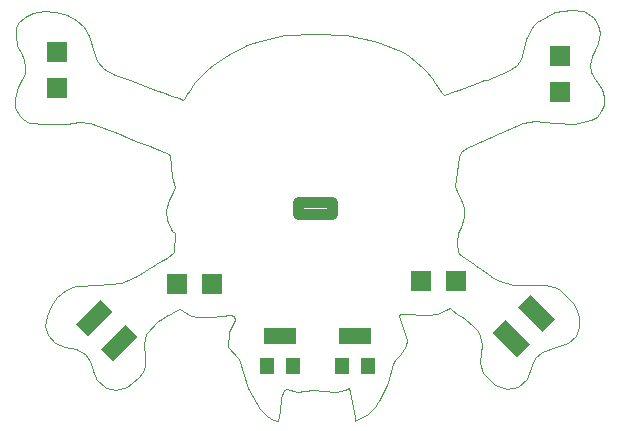
<source format=gbp>
G75*
G70*
%OFA0B0*%
%FSLAX24Y24*%
%IPPOS*%
%LPD*%
%AMOC8*
5,1,8,0,0,1.08239X$1,22.5*
%
%ADD10C,0.0010*%
%ADD11R,0.1102X0.0551*%
%ADD12R,0.0472X0.0551*%
%ADD13R,0.0591X0.1142*%
%ADD14R,0.0709X0.0709*%
%ADD15C,0.0375*%
D10*
X002813Y001666D02*
X002773Y001794D01*
X002677Y002095D01*
X002502Y002332D01*
X002202Y002485D01*
X001841Y002565D01*
X001498Y002704D01*
X001254Y002972D01*
X001179Y003262D01*
X001215Y003596D01*
X001351Y003934D01*
X001577Y004233D01*
X001868Y004458D01*
X002112Y004565D01*
X002191Y004598D01*
X002926Y004644D01*
X003693Y004687D01*
X003862Y004749D01*
X004222Y004936D01*
X004496Y005090D01*
X004609Y005166D01*
X004763Y005259D01*
X004822Y005299D01*
X004868Y005336D01*
X005046Y005430D01*
X005230Y005537D01*
X005472Y005723D01*
X005486Y006356D01*
X005413Y006444D01*
X005245Y006806D01*
X005202Y007130D01*
X005293Y007457D01*
X005432Y007739D01*
X005482Y007896D01*
X005390Y008224D01*
X005347Y008635D01*
X005334Y008922D01*
X005287Y009005D01*
X004974Y009138D01*
X004888Y009162D01*
X004802Y009186D01*
X004651Y009252D01*
X004472Y009334D01*
X004358Y009372D01*
X004248Y009408D01*
X003876Y009570D01*
X003666Y009655D01*
X003044Y009898D01*
X002939Y009935D01*
X002648Y010029D01*
X002287Y010048D01*
X001893Y010008D01*
X001223Y009993D01*
X000645Y010024D01*
X000436Y010150D01*
X000318Y010268D01*
X000160Y010544D01*
X000160Y010859D01*
X000258Y011216D01*
X000389Y011507D01*
X000483Y011671D01*
X000513Y011894D01*
X000480Y012135D01*
X000348Y012387D01*
X000277Y012532D01*
X000231Y012631D01*
X000185Y012959D01*
X000197Y013204D01*
X000274Y013356D01*
X000482Y013566D01*
X000771Y013702D01*
X001127Y013758D01*
X001538Y013733D01*
X001895Y013635D01*
X002203Y013466D01*
X002455Y013230D01*
X002641Y012933D01*
X002800Y012402D01*
X002897Y012091D01*
X003125Y011827D01*
X003512Y011631D01*
X004008Y011447D01*
X004657Y011208D01*
X004757Y011157D01*
X004821Y011132D01*
X004944Y011093D01*
X005077Y011054D01*
X005150Y011027D01*
X005231Y011001D01*
X005295Y010978D01*
X005393Y010928D01*
X005630Y010848D01*
X005767Y010795D01*
X005820Y010869D01*
X005873Y010961D01*
X005991Y011132D01*
X006109Y011303D01*
X006172Y011390D01*
X006351Y011605D01*
X006583Y011837D01*
X006753Y011968D01*
X007260Y012293D01*
X007909Y012615D01*
X008087Y012691D01*
X008226Y012735D01*
X008324Y012767D01*
X009156Y012964D01*
X010180Y013012D01*
X011206Y012977D01*
X012138Y012763D01*
X012335Y012697D01*
X013097Y012382D01*
X013290Y012275D01*
X013780Y011855D01*
X013859Y011763D01*
X014047Y011532D01*
X014173Y011368D01*
X014388Y011033D01*
X014453Y010974D01*
X014822Y011094D01*
X014954Y011132D01*
X015029Y011154D01*
X015383Y011291D01*
X015720Y011426D01*
X015800Y011447D01*
X015896Y011472D01*
X016367Y011651D01*
X016659Y011781D01*
X016883Y011952D01*
X017033Y012155D01*
X017099Y012384D01*
X017201Y012839D01*
X017433Y013255D01*
X017583Y013417D01*
X017615Y013442D01*
X018154Y013746D01*
X018691Y013803D01*
X019126Y013748D01*
X019480Y013521D01*
X019611Y013288D01*
X019663Y013037D01*
X019606Y012689D01*
X019502Y012471D01*
X019390Y012276D01*
X019336Y011979D01*
X019363Y011724D01*
X019483Y011489D01*
X019733Y011158D01*
X019795Y010880D01*
X019796Y010645D01*
X019703Y010437D01*
X019562Y010240D01*
X019349Y010119D01*
X018813Y009990D01*
X018167Y010026D01*
X017484Y010100D01*
X017101Y010043D01*
X016315Y009686D01*
X016026Y009555D01*
X015374Y009252D01*
X015262Y009214D01*
X015225Y009190D01*
X015152Y009149D01*
X015017Y009079D01*
X014977Y008901D01*
X014867Y008148D01*
X014832Y007931D01*
X014860Y007829D01*
X015071Y007401D01*
X015124Y007204D01*
X015133Y006899D01*
X015037Y006559D01*
X014927Y006347D01*
X014904Y006022D01*
X014915Y005757D01*
X014959Y005664D01*
X015028Y005615D01*
X015075Y005588D01*
X015454Y005324D01*
X015514Y005274D01*
X015541Y005247D01*
X015600Y005221D01*
X016014Y004932D01*
X016039Y004911D01*
X016314Y004773D01*
X016748Y004638D01*
X017208Y004633D01*
X017867Y004634D01*
X018220Y004522D01*
X018320Y004473D01*
X018773Y004029D01*
X018861Y003862D01*
X018953Y003567D01*
X018972Y003242D01*
X018856Y002935D01*
X018613Y002702D01*
X018181Y002567D01*
X017717Y002397D01*
X017510Y002202D01*
X017402Y001950D01*
X017233Y001483D01*
X016935Y001225D01*
X016550Y001159D01*
X016172Y001301D01*
X015763Y001703D01*
X015651Y002021D01*
X015685Y002370D01*
X015721Y002637D01*
X015667Y002937D01*
X015588Y003106D01*
X015437Y003277D01*
X015114Y003520D01*
X014891Y003659D01*
X014744Y003794D01*
X014670Y003862D01*
X014534Y003795D01*
X014228Y003671D01*
X013911Y003624D01*
X013123Y003650D01*
X013000Y003647D01*
X012970Y003600D01*
X013085Y003193D01*
X013216Y002784D01*
X013200Y002599D01*
X012986Y002299D01*
X012835Y002131D01*
X012779Y001996D01*
X012603Y001393D01*
X012571Y001309D01*
X012344Y000827D01*
X012281Y000754D01*
X012256Y000727D01*
X012151Y000558D01*
X011883Y000302D01*
X011582Y000150D01*
X011499Y000111D01*
X011486Y000226D01*
X011362Y000907D01*
X011336Y001069D01*
X011312Y001187D01*
X011174Y001143D01*
X010865Y001073D01*
X010477Y001109D01*
X010094Y001124D01*
X009579Y001077D01*
X009241Y001154D01*
X009144Y001133D01*
X009041Y000859D01*
X008983Y000420D01*
X008940Y000111D01*
X008775Y000133D01*
X008776Y000134D01*
X008552Y000266D01*
X008342Y000482D01*
X007943Y001194D01*
X007633Y002164D01*
X007612Y002201D01*
X007251Y002578D01*
X007295Y003068D01*
X007403Y003269D01*
X007489Y003463D01*
X007459Y003587D01*
X007316Y003636D01*
X007066Y003606D01*
X006650Y003550D01*
X006280Y003566D01*
X006038Y003611D01*
X005924Y003662D01*
X005868Y003698D01*
X005750Y003769D01*
X005657Y003841D01*
X005483Y003750D01*
X005300Y003639D01*
X005256Y003619D01*
X005186Y003586D01*
X005059Y003506D01*
X004914Y003428D01*
X004518Y003011D01*
X004459Y002670D01*
X004491Y002257D01*
X004497Y001932D01*
X004420Y001723D01*
X004258Y001522D01*
X003889Y001220D01*
X003521Y001124D01*
X003189Y001208D01*
X002877Y001510D01*
X002852Y001566D01*
X002813Y001666D01*
D11*
X009001Y002943D03*
X011481Y002943D03*
D12*
X011048Y001919D03*
X011914Y001919D03*
X009434Y001919D03*
X008568Y001919D03*
D13*
G36*
X003835Y003309D02*
X004252Y002892D01*
X003445Y002085D01*
X003028Y002502D01*
X003835Y003309D01*
G37*
G36*
X003000Y004144D02*
X003417Y003727D01*
X002610Y002920D01*
X002193Y003337D01*
X003000Y004144D01*
G37*
G36*
X016094Y003046D02*
X016511Y003463D01*
X017318Y002656D01*
X016901Y002239D01*
X016094Y003046D01*
G37*
G36*
X016930Y003882D02*
X017347Y004299D01*
X018154Y003492D01*
X017737Y003075D01*
X016930Y003882D01*
G37*
D14*
X014878Y004754D03*
X013698Y004754D03*
X006742Y004647D03*
X005561Y004647D03*
X001561Y011201D03*
X001561Y012381D03*
X018346Y012250D03*
X018346Y011070D03*
D15*
X010723Y007009D02*
X009597Y007009D01*
X009597Y007385D01*
X010723Y007385D01*
X010723Y007009D01*
X010723Y007383D02*
X009597Y007383D01*
M02*

</source>
